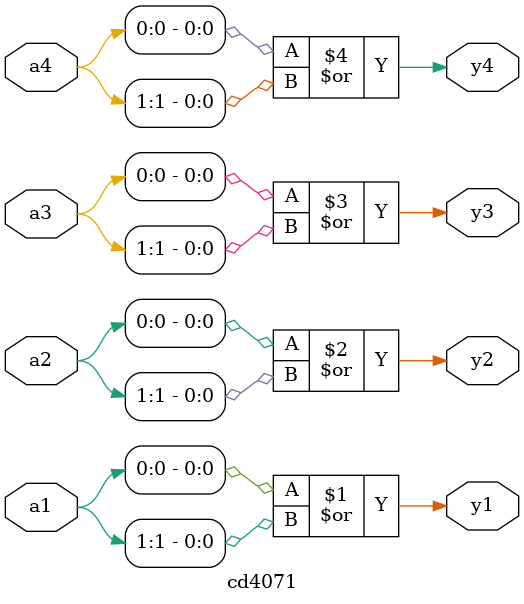
<source format=v>
module cd4071 (
    input wire [1:0] a1,
    input wire [1:0] a2,
    input wire [1:0] a3,
    input wire [1:0] a4,
    output wire y1,
    output wire y2,
    output wire y3,
    output wire y4
);

    // 实例化4个2输入或门
    assign y1 = a1[0] | a1[1];
    assign y2 = a2[0] | a2[1];
    assign y3 = a3[0] | a3[1];
    assign y4 = a4[0] | a4[1];

endmodule    
</source>
